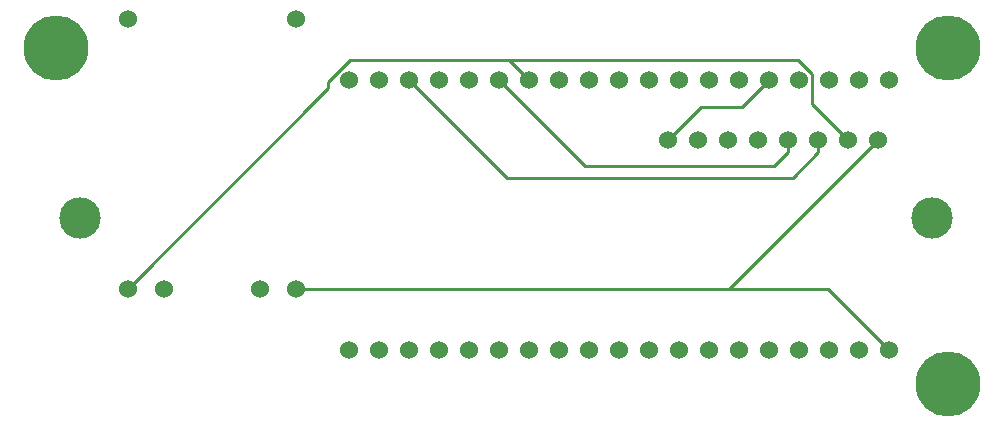
<source format=gbr>
G04 #@! TF.GenerationSoftware,KiCad,Pcbnew,(5.1.0)-1*
G04 #@! TF.CreationDate,2019-04-18T21:07:37-07:00*
G04 #@! TF.ProjectId,PCBv2,50434276-322e-46b6-9963-61645f706362,rev?*
G04 #@! TF.SameCoordinates,Original*
G04 #@! TF.FileFunction,Copper,L1,Top*
G04 #@! TF.FilePolarity,Positive*
%FSLAX46Y46*%
G04 Gerber Fmt 4.6, Leading zero omitted, Abs format (unit mm)*
G04 Created by KiCad (PCBNEW (5.1.0)-1) date 2019-04-18 21:07:37*
%MOMM*%
%LPD*%
G04 APERTURE LIST*
%ADD10C,5.500000*%
%ADD11C,3.500000*%
%ADD12C,1.524000*%
%ADD13C,0.250000*%
G04 APERTURE END LIST*
D10*
X147500000Y-93750000D03*
X72000000Y-65250000D03*
X147500000Y-65250000D03*
D11*
X146176000Y-79660000D03*
X74040000Y-79660000D03*
D12*
X99300000Y-90830000D03*
X101840000Y-90830000D03*
X104380000Y-90830000D03*
X106920000Y-90830000D03*
X109460000Y-90830000D03*
X112000000Y-90830000D03*
X114540000Y-90830000D03*
X117080000Y-90830000D03*
X119620000Y-90830000D03*
X122160000Y-90830000D03*
X124700000Y-90830000D03*
X127240000Y-90830000D03*
X129780000Y-90830000D03*
X132320000Y-90830000D03*
X134860000Y-90830000D03*
X137400000Y-90830000D03*
X139940000Y-90830000D03*
X142480000Y-90830000D03*
X96760000Y-67970000D03*
X99300000Y-67970000D03*
X101840000Y-67970000D03*
X104380000Y-67970000D03*
X106920000Y-67970000D03*
X112000000Y-67970000D03*
X109460000Y-67970000D03*
X114540000Y-67970000D03*
X117080000Y-67970000D03*
X119620000Y-67970000D03*
X122160000Y-67970000D03*
X124700000Y-67970000D03*
X127240000Y-67970000D03*
X132320000Y-67970000D03*
X129780000Y-67970000D03*
X134860000Y-67970000D03*
X137400000Y-67970000D03*
X139940000Y-67970000D03*
X142480000Y-67970000D03*
X96760000Y-90830000D03*
X141550000Y-73030000D03*
X139010000Y-73030000D03*
X136470000Y-73030000D03*
X133930000Y-73030000D03*
X131390000Y-73030000D03*
X128850000Y-73030000D03*
X126310000Y-73030000D03*
X123770000Y-73030000D03*
X89200000Y-85642000D03*
X92248000Y-85642000D03*
X81072000Y-85642000D03*
X78024000Y-85642000D03*
X92248000Y-62782000D03*
X78024000Y-62782000D03*
D13*
X128938000Y-85642000D02*
X141550000Y-73030000D01*
X92248000Y-85642000D02*
X128938000Y-85642000D01*
X137292000Y-85642000D02*
X142480000Y-90830000D01*
X128938000Y-85642000D02*
X137292000Y-85642000D01*
X136470000Y-74107630D02*
X134327630Y-76250000D01*
X136470000Y-73030000D02*
X136470000Y-74107630D01*
X110120000Y-76250000D02*
X101840000Y-67970000D01*
X134327630Y-76250000D02*
X110120000Y-76250000D01*
X78024000Y-85642000D02*
X95000000Y-68666000D01*
X95000000Y-68121238D02*
X96871238Y-66250000D01*
X95000000Y-68666000D02*
X95000000Y-68121238D01*
X110280000Y-66250000D02*
X112000000Y-67970000D01*
X96871238Y-66250000D02*
X110280000Y-66250000D01*
X134748762Y-66250000D02*
X136000000Y-67501238D01*
X110280000Y-66250000D02*
X134748762Y-66250000D01*
X136000000Y-70020000D02*
X139010000Y-73030000D01*
X136000000Y-67501238D02*
X136000000Y-70020000D01*
X133930000Y-74107630D02*
X132787630Y-75250000D01*
X133930000Y-73030000D02*
X133930000Y-74107630D01*
X116740000Y-75250000D02*
X109460000Y-67970000D01*
X132787630Y-75250000D02*
X116740000Y-75250000D01*
X131558001Y-68731999D02*
X132320000Y-67970000D01*
X130040000Y-70250000D02*
X131558001Y-68731999D01*
X126550000Y-70250000D02*
X130040000Y-70250000D01*
X123770000Y-73030000D02*
X126550000Y-70250000D01*
M02*

</source>
